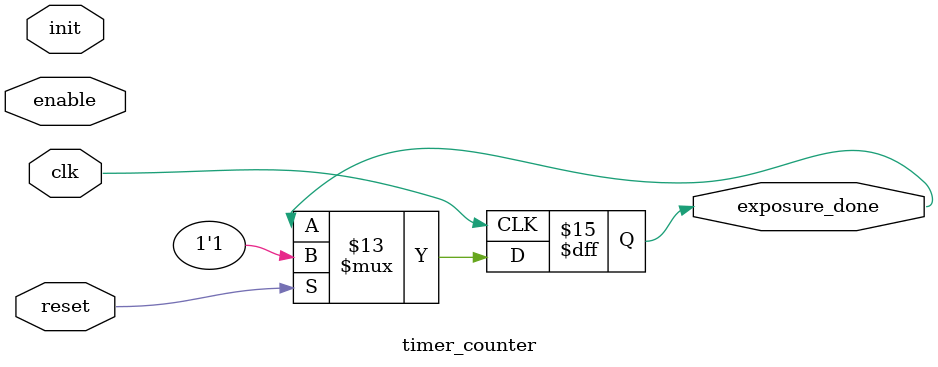
<source format=sv>
module timer_counter (input logic clk,
                      input logic reset,
                      input logic enable,
                      input logic [4:0] init,
                      output logic exposure_done );
    logic [4:0] internal_count;
                      
    always @(posedge clk)
        if (reset) 
            begin         
                internal_count <= init; //load q with new values
                exposure_done <= 1;
            end
            
        else if (enable && (internal_count > 0)) 
            begin
                internal_count <= internal_count-1;  
            end
        
        assign check = (internal_count == 0) ? 1 : 0;
endmodule                     


</source>
